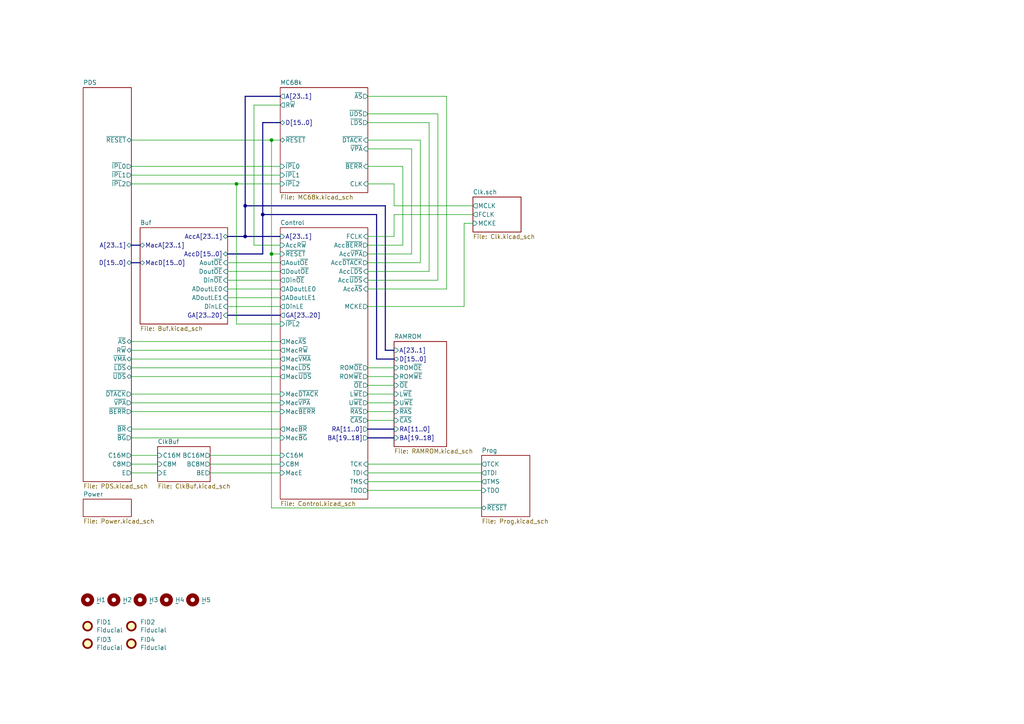
<source format=kicad_sch>
(kicad_sch (version 20231120) (generator "eeschema") (generator_version "8.0")
  (paper "A4")
  (title_block (title "WarpSE (GW4410A)") (date "2024-04-23") (rev "1.0") (company "Garrett's Workshop"))
  (lib_symbols
    (symbol "Mechanical:Fiducial"
      (property "Reference" "FID" (at 0 5.08 0))
      (property "Value" "Fiducial" (at 0 3.175 0))
      (symbol "Fiducial_0_1"
        (circle (center 0 0) (radius 1.27) (stroke (width 0.508)) (fill (type background)))
      )
    )
    (symbol "Mechanical:MountingHole" (pin_names (offset 1.016))
      (property "Reference" "H" (at 0 5.08 0))
      (property "Value" "MountingHole" (at 0 3.175 0))
      (symbol "MountingHole_0_1"
        (circle (center 0 0) (radius 1.27) (stroke (width 1.27)))
      )
    )
  )
  (junction (at 78.74 73.66))
  (junction (at 71.12 59.69))
  (junction (at 68.58 53.34))
  (junction (at 71.12 68.58))
  (junction (at 76.2 62.23))
  (junction (at 78.74 40.64))
  (bus (pts (xy 71.12 27.94) (xy 71.12 59.69)))
  (wire (pts (xy 66.04 83.82) (xy 81.28 83.82)))
  (wire (pts (xy 38.1 137.16) (xy 45.72 137.16)))
  (wire (pts (xy 129.54 27.94) (xy 129.54 83.82)))
  (bus (pts (xy 109.22 62.23) (xy 76.2 62.23)))
  (wire (pts (xy 106.68 137.16) (xy 139.7 137.16)))
  (bus (pts (xy 71.12 59.69) (xy 71.12 68.58)))
  (wire (pts (xy 68.58 53.34) (xy 81.28 53.34)))
  (wire (pts (xy 106.68 27.94) (xy 129.54 27.94)))
  (wire (pts (xy 106.68 73.66) (xy 119.38 73.66)))
  (wire (pts (xy 78.74 40.64) (xy 81.28 40.64)))
  (wire (pts (xy 106.68 35.56) (xy 124.46 35.56)))
  (wire (pts (xy 73.66 30.48) (xy 81.28 30.48)))
  (wire (pts (xy 106.68 88.9) (xy 134.62 88.9)))
  (wire (pts (xy 66.04 78.74) (xy 81.28 78.74)))
  (wire (pts (xy 127 81.28) (xy 106.68 81.28)))
  (wire (pts (xy 106.68 109.22) (xy 114.3 109.22)))
  (wire (pts (xy 78.74 73.66) (xy 81.28 73.66)))
  (wire (pts (xy 38.1 50.8) (xy 81.28 50.8)))
  (wire (pts (xy 38.1 104.14) (xy 81.28 104.14)))
  (wire (pts (xy 124.46 35.56) (xy 124.46 78.74)))
  (wire (pts (xy 106.68 139.7) (xy 139.7 139.7)))
  (bus (pts (xy 38.1 76.2) (xy 40.64 76.2)))
  (wire (pts (xy 60.96 137.16) (xy 81.28 137.16)))
  (bus (pts (xy 106.68 127) (xy 114.3 127)))
  (wire (pts (xy 38.1 116.84) (xy 81.28 116.84)))
  (wire (pts (xy 81.28 93.98) (xy 68.58 93.98)))
  (wire (pts (xy 106.68 33.02) (xy 127 33.02)))
  (wire (pts (xy 68.58 53.34) (xy 68.58 93.98)))
  (bus (pts (xy 81.28 35.56) (xy 76.2 35.56)))
  (wire (pts (xy 66.04 76.2) (xy 81.28 76.2)))
  (bus (pts (xy 114.3 104.14) (xy 109.22 104.14)))
  (wire (pts (xy 106.68 121.92) (xy 114.3 121.92)))
  (bus (pts (xy 111.76 101.6) (xy 114.3 101.6)))
  (bus (pts (xy 66.04 91.44) (xy 81.28 91.44)))
  (wire (pts (xy 38.1 119.38) (xy 81.28 119.38)))
  (bus (pts (xy 71.12 68.58) (xy 81.28 68.58)))
  (bus (pts (xy 76.2 73.66) (xy 66.04 73.66)))
  (bus (pts (xy 38.1 71.12) (xy 40.64 71.12)))
  (wire (pts (xy 38.1 114.3) (xy 81.28 114.3)))
  (wire (pts (xy 38.1 124.46) (xy 81.28 124.46)))
  (wire (pts (xy 38.1 53.34) (xy 68.58 53.34)))
  (bus (pts (xy 71.12 59.69) (xy 111.76 59.69)))
  (wire (pts (xy 38.1 127) (xy 81.28 127)))
  (wire (pts (xy 106.68 114.3) (xy 114.3 114.3)))
  (wire (pts (xy 119.38 43.18) (xy 119.38 73.66)))
  (wire (pts (xy 38.1 48.26) (xy 81.28 48.26)))
  (wire (pts (xy 114.3 62.23) (xy 137.16 62.23)))
  (wire (pts (xy 106.68 119.38) (xy 114.3 119.38)))
  (wire (pts (xy 38.1 134.62) (xy 45.72 134.62)))
  (wire (pts (xy 106.68 43.18) (xy 119.38 43.18)))
  (bus (pts (xy 106.68 124.46) (xy 114.3 124.46)))
  (wire (pts (xy 73.66 30.48) (xy 73.66 71.12)))
  (wire (pts (xy 60.96 132.08) (xy 81.28 132.08)))
  (wire (pts (xy 114.3 53.34) (xy 114.3 59.69)))
  (wire (pts (xy 106.68 68.58) (xy 114.3 68.58)))
  (wire (pts (xy 106.68 142.24) (xy 139.7 142.24)))
  (wire (pts (xy 116.84 71.12) (xy 106.68 71.12)))
  (bus (pts (xy 111.76 59.69) (xy 111.76 101.6)))
  (wire (pts (xy 73.66 71.12) (xy 81.28 71.12)))
  (wire (pts (xy 137.16 64.77) (xy 134.62 64.77)))
  (wire (pts (xy 78.74 73.66) (xy 78.74 147.32)))
  (wire (pts (xy 38.1 99.06) (xy 81.28 99.06)))
  (wire (pts (xy 106.68 111.76) (xy 114.3 111.76)))
  (wire (pts (xy 66.04 86.36) (xy 81.28 86.36)))
  (wire (pts (xy 121.92 40.64) (xy 121.92 76.2)))
  (wire (pts (xy 60.96 134.62) (xy 81.28 134.62)))
  (wire (pts (xy 106.68 134.62) (xy 139.7 134.62)))
  (bus (pts (xy 81.28 27.94) (xy 71.12 27.94)))
  (wire (pts (xy 106.68 48.26) (xy 116.84 48.26)))
  (wire (pts (xy 38.1 40.64) (xy 78.74 40.64)))
  (bus (pts (xy 71.12 68.58) (xy 66.04 68.58)))
  (wire (pts (xy 106.68 116.84) (xy 114.3 116.84)))
  (wire (pts (xy 129.54 83.82) (xy 106.68 83.82)))
  (wire (pts (xy 114.3 62.23) (xy 114.3 68.58)))
  (wire (pts (xy 106.68 106.68) (xy 114.3 106.68)))
  (wire (pts (xy 124.46 78.74) (xy 106.68 78.74)))
  (bus (pts (xy 109.22 62.23) (xy 109.22 104.14)))
  (wire (pts (xy 116.84 48.26) (xy 116.84 71.12)))
  (wire (pts (xy 38.1 106.68) (xy 81.28 106.68)))
  (wire (pts (xy 38.1 101.6) (xy 81.28 101.6)))
  (wire (pts (xy 66.04 88.9) (xy 81.28 88.9)))
  (wire (pts (xy 78.74 147.32) (xy 139.7 147.32)))
  (wire (pts (xy 134.62 64.77) (xy 134.62 88.9)))
  (wire (pts (xy 78.74 40.64) (xy 78.74 73.66)))
  (wire (pts (xy 106.68 40.64) (xy 121.92 40.64)))
  (bus (pts (xy 76.2 35.56) (xy 76.2 62.23)))
  (bus (pts (xy 76.2 62.23) (xy 76.2 73.66)))
  (wire (pts (xy 127 33.02) (xy 127 81.28)))
  (wire (pts (xy 38.1 132.08) (xy 45.72 132.08)))
  (wire (pts (xy 114.3 59.69) (xy 137.16 59.69)))
  (wire (pts (xy 38.1 109.22) (xy 81.28 109.22)))
  (wire (pts (xy 66.04 81.28) (xy 81.28 81.28)))
  (wire (pts (xy 114.3 53.34) (xy 106.68 53.34)))
  (wire (pts (xy 121.92 76.2) (xy 106.68 76.2)))
  (symbol (lib_id "Mechanical:MountingHole") (at 55.88 173.99 0) (unit 1)
    (property "Reference" "H5" (at 58.42 173.99 0) (effects (justify left)))
    (property "Value" "~" (at 58.42 175.006 0) (effects (justify left)))
    (property "Footprint" "stdpads:PasteHole_1.152mm_NPTH" (effects (hide yes)))
  )
  (symbol (lib_id "Mechanical:Fiducial") (at 25.4 181.61 0) (unit 1)
    (property "Reference" "FID1" (at 27.94 180.4416 0) (effects (justify left)))
    (property "Value" "Fiducial" (at 27.94 182.753 0) (effects (justify left)))
    (property "Footprint" "stdpads:Fiducial" (effects (hide yes)))
  )
  (symbol (lib_id "Mechanical:Fiducial") (at 38.1 181.61 0) (unit 1)
    (property "Reference" "FID2" (at 40.64 180.4416 0) (effects (justify left)))
    (property "Value" "Fiducial" (at 40.64 182.753 0) (effects (justify left)))
    (property "Footprint" "stdpads:Fiducial" (effects (hide yes)))
  )
  (symbol (lib_id "Mechanical:Fiducial") (at 25.4 186.69 0) (unit 1)
    (property "Reference" "FID3" (at 27.94 185.5216 0) (effects (justify left)))
    (property "Value" "Fiducial" (at 27.94 187.833 0) (effects (justify left)))
    (property "Footprint" "stdpads:Fiducial" (effects (hide yes)))
  )
  (symbol (lib_id "Mechanical:Fiducial") (at 38.1 186.69 0) (unit 1)
    (property "Reference" "FID4" (at 40.64 185.5216 0) (effects (justify left)))
    (property "Value" "Fiducial" (at 40.64 187.833 0) (effects (justify left)))
    (property "Footprint" "stdpads:Fiducial" (effects (hide yes)))
  )
  (symbol (lib_id "Mechanical:MountingHole") (at 25.4 173.99 0) (unit 1)
    (property "Reference" "H1" (at 27.94 173.99 0) (effects (justify left)))
    (property "Value" "~" (at 27.94 175.006 0) (effects (justify left)))
    (property "Footprint" "stdpads:PasteHole_1.152mm_NPTH" (effects (hide yes)))
  )
  (symbol (lib_id "Mechanical:MountingHole") (at 33.02 173.99 0) (unit 1)
    (property "Reference" "H2" (at 35.56 173.99 0) (effects (justify left)))
    (property "Value" "~" (at 35.56 175.006 0) (effects (justify left)))
    (property "Footprint" "stdpads:PasteHole_1.152mm_NPTH" (effects (hide yes)))
  )
  (symbol (lib_id "Mechanical:MountingHole") (at 40.64 173.99 0) (unit 1)
    (property "Reference" "H3" (at 43.18 173.99 0) (effects (justify left)))
    (property "Value" "~" (at 43.18 175.006 0) (effects (justify left)))
    (property "Footprint" "stdpads:PasteHole_1.152mm_NPTH" (effects (hide yes)))
  )
  (symbol (lib_id "Mechanical:MountingHole") (at 48.26 173.99 0) (unit 1)
    (property "Reference" "H4" (at 50.8 173.99 0) (effects (justify left)))
    (property "Value" "~" (at 50.8 175.006 0) (effects (justify left)))
    (property "Footprint" "stdpads:PasteHole_1.152mm_NPTH" (effects (hide yes)))
  )
  (sheet (at 24.13 25.4) (size 13.97 114.3)
    (property "Sheetname" "PDS" (at 24.13 24.6884 0) (effects (justify left bottom)))
    (property "Sheetfile" "PDS.kicad_sch" (at 24.13 140.2846 0) (effects (justify left top)))
    (pin "A[23..1]" bidirectional (at 38.1 71.12 0))
    (pin "D[15..0]" bidirectional (at 38.1 76.2 0))
    (pin "~{AS}" bidirectional (at 38.1 99.06 0))
    (pin "~{LDS}" bidirectional (at 38.1 106.68 0))
    (pin "~{UDS}" bidirectional (at 38.1 109.22 0))
    (pin "R~{W}" bidirectional (at 38.1 101.6 0))
    (pin "~{VMA}" bidirectional (at 38.1 104.14 0))
    (pin "~{VPA}" output (at 38.1 116.84 0))
    (pin "~{DTACK}" output (at 38.1 114.3 0))
    (pin "~{RESET}" bidirectional (at 38.1 40.64 0))
    (pin "~{IPL}0" output (at 38.1 48.26 0))
    (pin "~{IPL}1" output (at 38.1 50.8 0))
    (pin "~{IPL}2" output (at 38.1 53.34 0))
    (pin "~{BERR}" output (at 38.1 119.38 0))
    (pin "E" output (at 38.1 137.16 0))
    (pin "C8M" output (at 38.1 134.62 0))
    (pin "C16M" output (at 38.1 132.08 0))
    (pin "~{BG}" output (at 38.1 127 0))
    (pin "~{BR}" input (at 38.1 124.46 0))
  )
  (sheet (at 81.28 66.04) (size 25.4 78.74)
    (property "Sheetname" "Control" (at 81.28 65.3284 0) (effects (justify left bottom)))
    (property "Sheetfile" "Control.kicad_sch" (at 81.28 145.3646 0) (effects (justify left top)))
    (pin "~{RESET}" input (at 81.28 73.66 180))
    (pin "FCLK" input (at 106.68 68.58 0))
    (pin "Mac~{AS}" output (at 81.28 99.06 180))
    (pin "Mac~{VMA}" output (at 81.28 104.14 180))
    (pin "Mac~{DTACK}" input (at 81.28 114.3 180))
    (pin "Mac~{VPA}" input (at 81.28 116.84 180))
    (pin "Mac~{BERR}" input (at 81.28 119.38 180))
    (pin "MacE" input (at 81.28 137.16 180))
    (pin "C8M" input (at 81.28 134.62 180))
    (pin "C16M" input (at 81.28 132.08 180))
    (pin "Acc~{DTACK}" output (at 106.68 76.2 0))
    (pin "Acc~{BERR}" output (at 106.68 71.12 0))
    (pin "Acc~{UDS}" input (at 106.68 81.28 0))
    (pin "Acc~{LDS}" input (at 106.68 78.74 0))
    (pin "Acc~{AS}" input (at 106.68 83.82 0))
    (pin "~{OE}" output (at 106.68 111.76 0))
    (pin "Mac~{UDS}" output (at 81.28 109.22 180))
    (pin "Mac~{LDS}" output (at 81.28 106.68 180))
    (pin "Acc~{VPA}" output (at 106.68 73.66 0))
    (pin "AccR~{W}" input (at 81.28 71.12 180))
    (pin "L~{WE}" output (at 106.68 114.3 0))
    (pin "U~{WE}" output (at 106.68 116.84 0))
    (pin "~{RAS}" output (at 106.68 119.38 0))
    (pin "~{CAS}" output (at 106.68 121.92 0))
    (pin "ROM~{OE}" output (at 106.68 106.68 0))
    (pin "DinLE" output (at 81.28 88.9 180))
    (pin "Dout~{OE}" output (at 81.28 78.74 180))
    (pin "Aout~{OE}" output (at 81.28 76.2 180))
    (pin "Din~{OE}" output (at 81.28 81.28 180))
    (pin "RA[11..0]" output (at 106.68 124.46 0))
    (pin "A[23..1]" input (at 81.28 68.58 180))
    (pin "ADoutLE0" output (at 81.28 83.82 180))
    (pin "ADoutLE1" output (at 81.28 86.36 180))
    (pin "ROM~{WE}" output (at 106.68 109.22 0))
    (pin "TDI" input (at 106.68 137.16 0))
    (pin "TMS" input (at 106.68 139.7 0))
    (pin "TCK" input (at 106.68 134.62 0))
    (pin "TDO" output (at 106.68 142.24 0))
    (pin "Mac~{BR}" output (at 81.28 124.46 180))
    (pin "Mac~{BG}" input (at 81.28 127 180))
    (pin "~{IPL}2" input (at 81.28 93.98 180))
    (pin "MCKE" output (at 106.68 88.9 0))
    (pin "GA[23..20]" output (at 81.28 91.44 180))
    (pin "MacR~{W}" output (at 81.28 101.6 180))
    (pin "BA[19..18]" output (at 106.68 127 0))
  )
  (sheet (at 114.3 99.06) (size 15.24 30.48)
    (property "Sheetname" "RAMROM" (at 114.3 98.3484 0) (effects (justify left bottom)))
    (property "Sheetfile" "RAMROM.kicad_sch" (at 114.3 130.1246 0) (effects (justify left top)))
    (pin "~{RAS}" input (at 114.3 119.38 180))
    (pin "D[15..0]" bidirectional (at 114.3 104.14 180))
    (pin "~{CAS}" input (at 114.3 121.92 180))
    (pin "~{OE}" input (at 114.3 111.76 180))
    (pin "RA[11..0]" input (at 114.3 124.46 180))
    (pin "L~{WE}" input (at 114.3 114.3 180))
    (pin "U~{WE}" input (at 114.3 116.84 180))
    (pin "ROM~{OE}" input (at 114.3 106.68 180))
    (pin "A[23..1]" input (at 114.3 101.6 180))
    (pin "ROM~{WE}" input (at 114.3 109.22 180))
    (pin "BA[19..18]" input (at 114.3 127 180))
  )
  (sheet (at 81.28 25.4) (size 25.4 30.48)
    (property "Sheetname" "MC68k" (at 81.28 24.6884 0) (effects (justify left bottom)))
    (property "Sheetfile" "MC68k.kicad_sch" (at 81.28 56.4646 0) (effects (justify left top)))
    (pin "A[23..1]" output (at 81.28 27.94 180))
    (pin "D[15..0]" bidirectional (at 81.28 35.56 180))
    (pin "~{AS}" output (at 106.68 27.94 0))
    (pin "R~{W}" output (at 81.28 30.48 180))
    (pin "~{LDS}" output (at 106.68 35.56 0))
    (pin "~{UDS}" output (at 106.68 33.02 0))
    (pin "~{DTACK}" input (at 106.68 40.64 0))
    (pin "~{VPA}" input (at 106.68 43.18 0))
    (pin "~{RESET}" bidirectional (at 81.28 40.64 180))
    (pin "~{BERR}" input (at 106.68 48.26 0))
    (pin "~{IPL}0" input (at 81.28 48.26 180))
    (pin "~{IPL}1" input (at 81.28 50.8 180))
    (pin "~{IPL}2" input (at 81.28 53.34 180))
    (pin "CLK" input (at 106.68 53.34 0))
  )
  (sheet (at 40.64 66.04) (size 25.4 27.94)
    (property "Sheetname" "Buf" (at 40.64 65.3284 0) (effects (justify left bottom)))
    (property "Sheetfile" "Buf.kicad_sch" (at 40.64 94.5646 0) (effects (justify left top)))
    (pin "AccA[23..1]" bidirectional (at 66.04 68.58 0))
    (pin "MacA[23..1]" bidirectional (at 40.64 71.12 180))
    (pin "AccD[15..0]" bidirectional (at 66.04 73.66 0))
    (pin "MacD[15..0]" bidirectional (at 40.64 76.2 180))
    (pin "Dout~{OE}" input (at 66.04 78.74 0))
    (pin "Din~{OE}" input (at 66.04 81.28 0))
    (pin "DinLE" input (at 66.04 88.9 0))
    (pin "Aout~{OE}" input (at 66.04 76.2 0))
    (pin "ADoutLE0" input (at 66.04 83.82 0))
    (pin "ADoutLE1" input (at 66.04 86.36 0))
    (pin "GA[23..20]" input (at 66.04 91.44 0))
  )
  (sheet (at 137.16 57.15) (size 13.97 10.16)
    (property "Sheetname" "Clk.sch" (at 137.16 56.4384 0) (effects (justify left bottom)))
    (property "Sheetfile" "Clk.kicad_sch" (at 137.16 67.8946 0) (effects (justify left top)))
    (pin "MCLK" output (at 137.16 59.69 180))
    (pin "FCLK" output (at 137.16 62.23 180))
    (pin "MCKE" input (at 137.16 64.77 180))
  )
  (sheet (at 139.7 132.08) (size 13.97 17.78)
    (property "Sheetname" "Prog" (at 139.7 131.3684 0) (effects (justify left bottom)))
    (property "Sheetfile" "Prog.kicad_sch" (at 139.7 150.4446 0) (effects (justify left top)))
    (pin "TCK" output (at 139.7 134.62 180))
    (pin "TDI" output (at 139.7 137.16 180))
    (pin "TMS" output (at 139.7 139.7 180))
    (pin "TDO" input (at 139.7 142.24 180))
    (pin "~{RESET}" tri_state (at 139.7 147.32 180))
  )
  (sheet (at 24.13 144.78) (size 13.97 5.08)
    (property "Sheetname" "Power" (at 24.13 144.0684 0) (effects (justify left bottom)))
    (property "Sheetfile" "Power.kicad_sch" (at 24.13 150.4446 0) (effects (justify left top)))
  )
  (sheet (at 45.72 129.54) (size 15.24 10.16) (stroke (width 0.1524))
    (property "Sheetname" "ClkBuf" (at 45.72 128.8284 0) (effects (justify left bottom)))
    (property "Sheetfile" "ClkBuf.kicad_sch" (at 45.72 140.2846 0) (effects (justify left top)))
    (pin "BC16M" output (at 60.96 132.08 0))
    (pin "C16M" input (at 45.72 132.08 180))
    (pin "BE" output (at 60.96 137.16 0))
    (pin "E" input (at 45.72 137.16 180))
    (pin "BC8M" output (at 60.96 134.62 0))
    (pin "C8M" input (at 45.72 134.62 180))
  )
)
</source>
